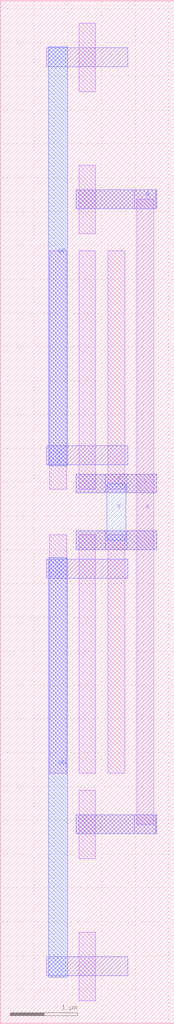
<source format=lef>
MACRO MY_INVERTER
  ORIGIN 0 0 ;
  FOREIGN MY_INVERTER 0 0 ;
  SIZE 2.58 BY 15.12 ;
  PIN A
    DIRECTION INOUT ;
    USE SIGNAL ;
    PORT 
      LAYER M2 ;
        RECT 1.12 2.8 2.32 3.08 ;
      LAYER M2 ;
        RECT 1.12 12.04 2.32 12.32 ;
      LAYER M2 ;
        RECT 1.99 2.8 2.31 3.08 ;
      LAYER M1 ;
        RECT 2.025 2.94 2.275 12.18 ;
      LAYER M2 ;
        RECT 1.99 12.04 2.31 12.32 ;
    END
  END A
  PIN VN
    DIRECTION INOUT ;
    USE SIGNAL ;
    PORT 
      LAYER M3 ;
        RECT 0.72 0.68 1 6.88 ;
    END
  END VN
  PIN VP
    DIRECTION INOUT ;
    USE SIGNAL ;
    PORT 
      LAYER M3 ;
        RECT 0.72 8.24 1 14.44 ;
    END
  END VP
  PIN Y
    DIRECTION INOUT ;
    USE SIGNAL ;
    PORT 
      LAYER M2 ;
        RECT 1.12 7 2.32 7.28 ;
      LAYER M2 ;
        RECT 1.12 7.84 2.32 8.12 ;
      LAYER M2 ;
        RECT 1.56 7 1.88 7.28 ;
      LAYER M3 ;
        RECT 1.58 7.14 1.86 7.98 ;
      LAYER M2 ;
        RECT 1.56 7.84 1.88 8.12 ;
    END
  END Y
  OBS 
  LAYER M1 ;
        RECT 1.165 3.695 1.415 7.225 ;
  LAYER M1 ;
        RECT 1.165 2.435 1.415 3.445 ;
  LAYER M1 ;
        RECT 1.165 0.335 1.415 1.345 ;
  LAYER M1 ;
        RECT 1.595 3.695 1.845 7.225 ;
  LAYER M1 ;
        RECT 0.735 3.695 0.985 7.225 ;
  LAYER M2 ;
        RECT 0.69 0.7 1.89 0.98 ;
  LAYER M2 ;
        RECT 0.69 6.58 1.89 6.86 ;
  LAYER M2 ;
        RECT 1.12 7 2.32 7.28 ;
  LAYER M2 ;
        RECT 1.12 2.8 2.32 3.08 ;
  LAYER M3 ;
        RECT 0.72 0.68 1 6.88 ;
  LAYER M1 ;
        RECT 1.165 7.895 1.415 11.425 ;
  LAYER M1 ;
        RECT 1.165 11.675 1.415 12.685 ;
  LAYER M1 ;
        RECT 1.165 13.775 1.415 14.785 ;
  LAYER M1 ;
        RECT 1.595 7.895 1.845 11.425 ;
  LAYER M1 ;
        RECT 0.735 7.895 0.985 11.425 ;
  LAYER M2 ;
        RECT 0.69 14.14 1.89 14.42 ;
  LAYER M2 ;
        RECT 0.69 8.26 1.89 8.54 ;
  LAYER M2 ;
        RECT 1.12 7.84 2.32 8.12 ;
  LAYER M2 ;
        RECT 1.12 12.04 2.32 12.32 ;
  LAYER M3 ;
        RECT 0.72 8.24 1 14.44 ;
  END 
END MY_INVERTER

</source>
